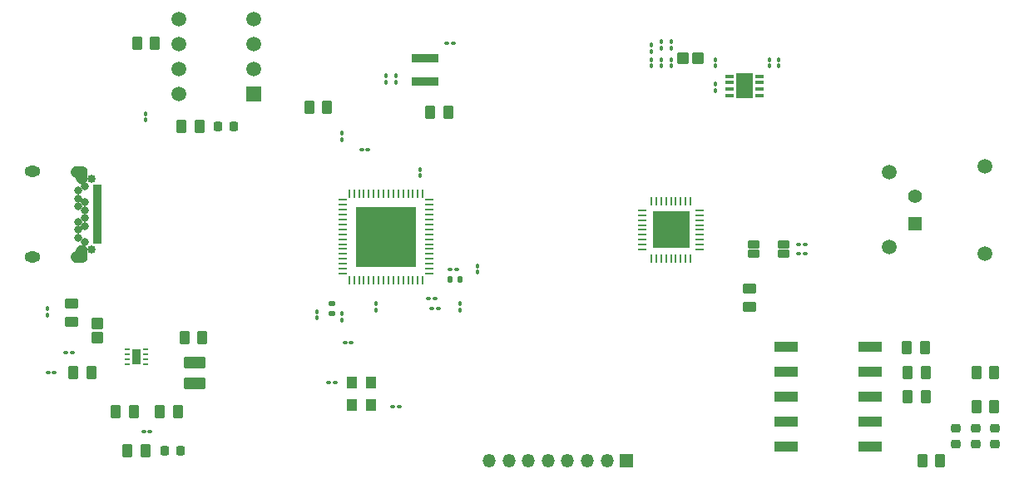
<source format=gbr>
%TF.GenerationSoftware,KiCad,Pcbnew,8.0.2*%
%TF.CreationDate,2025-01-28T20:19:24-08:00*%
%TF.ProjectId,design_revb_2chip,64657369-676e-45f7-9265-76625f326368,rev?*%
%TF.SameCoordinates,Original*%
%TF.FileFunction,Soldermask,Top*%
%TF.FilePolarity,Negative*%
%FSLAX46Y46*%
G04 Gerber Fmt 4.6, Leading zero omitted, Abs format (unit mm)*
G04 Created by KiCad (PCBNEW 8.0.2) date 2025-01-28 20:19:24*
%MOMM*%
%LPD*%
G01*
G04 APERTURE LIST*
G04 Aperture macros list*
%AMRoundRect*
0 Rectangle with rounded corners*
0 $1 Rounding radius*
0 $2 $3 $4 $5 $6 $7 $8 $9 X,Y pos of 4 corners*
0 Add a 4 corners polygon primitive as box body*
4,1,4,$2,$3,$4,$5,$6,$7,$8,$9,$2,$3,0*
0 Add four circle primitives for the rounded corners*
1,1,$1+$1,$2,$3*
1,1,$1+$1,$4,$5*
1,1,$1+$1,$6,$7*
1,1,$1+$1,$8,$9*
0 Add four rect primitives between the rounded corners*
20,1,$1+$1,$2,$3,$4,$5,0*
20,1,$1+$1,$4,$5,$6,$7,0*
20,1,$1+$1,$6,$7,$8,$9,0*
20,1,$1+$1,$8,$9,$2,$3,0*%
G04 Aperture macros list end*
%ADD10C,0.010000*%
%ADD11RoundRect,0.100000X-0.100000X0.130000X-0.100000X-0.130000X0.100000X-0.130000X0.100000X0.130000X0*%
%ADD12RoundRect,0.250000X0.262500X0.450000X-0.262500X0.450000X-0.262500X-0.450000X0.262500X-0.450000X0*%
%ADD13RoundRect,0.218750X0.218750X0.256250X-0.218750X0.256250X-0.218750X-0.256250X0.218750X-0.256250X0*%
%ADD14R,0.499999X0.249999*%
%ADD15R,0.900001X1.599999*%
%ADD16C,0.499999*%
%ADD17RoundRect,0.102000X-0.525000X-0.300000X0.525000X-0.300000X0.525000X0.300000X-0.525000X0.300000X0*%
%ADD18RoundRect,0.100000X0.100000X-0.130000X0.100000X0.130000X-0.100000X0.130000X-0.100000X-0.130000X0*%
%ADD19RoundRect,0.218750X-0.256250X0.218750X-0.256250X-0.218750X0.256250X-0.218750X0.256250X0.218750X0*%
%ADD20C,0.850000*%
%ADD21RoundRect,0.102000X-0.350000X0.160000X-0.350000X-0.160000X0.350000X-0.160000X0.350000X0.160000X0*%
%ADD22C,0.804000*%
%ADD23O,1.604000X1.104000*%
%ADD24RoundRect,0.100000X-0.130000X-0.100000X0.130000X-0.100000X0.130000X0.100000X-0.130000X0.100000X0*%
%ADD25RoundRect,0.135000X0.135000X0.185000X-0.135000X0.185000X-0.135000X-0.185000X0.135000X-0.185000X0*%
%ADD26RoundRect,0.250000X-0.850000X0.375000X-0.850000X-0.375000X0.850000X-0.375000X0.850000X0.375000X0*%
%ADD27RoundRect,0.250000X-0.262500X-0.450000X0.262500X-0.450000X0.262500X0.450000X-0.262500X0.450000X0*%
%ADD28RoundRect,0.250000X-0.450000X0.262500X-0.450000X-0.262500X0.450000X-0.262500X0.450000X0.262500X0*%
%ADD29RoundRect,0.102000X0.500000X0.485000X-0.500000X0.485000X-0.500000X-0.485000X0.500000X-0.485000X0*%
%ADD30RoundRect,0.218750X0.256250X-0.218750X0.256250X0.218750X-0.256250X0.218750X-0.256250X-0.218750X0*%
%ADD31R,1.350000X1.350000*%
%ADD32O,1.350000X1.350000*%
%ADD33RoundRect,0.100000X0.130000X0.100000X-0.130000X0.100000X-0.130000X-0.100000X0.130000X-0.100000X0*%
%ADD34R,2.438400X1.117600*%
%ADD35RoundRect,0.218750X-0.218750X-0.256250X0.218750X-0.256250X0.218750X0.256250X-0.218750X0.256250X0*%
%ADD36RoundRect,0.250000X0.450000X-0.262500X0.450000X0.262500X-0.450000X0.262500X-0.450000X-0.262500X0*%
%ADD37R,1.041400X1.219200*%
%ADD38RoundRect,0.102000X0.485000X-0.500000X0.485000X0.500000X-0.485000X0.500000X-0.485000X-0.500000X0*%
%ADD39R,0.254000X0.812800*%
%ADD40R,0.812800X0.254000*%
%ADD41R,3.708400X3.708400*%
%ADD42RoundRect,0.135000X0.185000X-0.135000X0.185000X0.135000X-0.185000X0.135000X-0.185000X-0.135000X0*%
%ADD43R,1.498600X1.498600*%
%ADD44C,1.498600*%
%ADD45R,2.800000X0.850000*%
%ADD46R,0.931065X0.302473*%
%ADD47R,1.749999X2.500000*%
%ADD48R,6.096000X6.096000*%
%ADD49R,1.400000X1.400000*%
%ADD50C,1.400000*%
%ADD51C,1.500000*%
G04 APERTURE END LIST*
D10*
%TO.C,J4*%
X159529000Y-69021000D02*
X159557000Y-69023000D01*
X159586000Y-69027000D01*
X159614000Y-69032000D01*
X159642000Y-69039000D01*
X159670000Y-69047000D01*
X159697000Y-69057000D01*
X159724000Y-69068000D01*
X159750000Y-69080000D01*
X159775000Y-69094000D01*
X159800000Y-69109000D01*
X159823000Y-69125000D01*
X159846000Y-69143000D01*
X159868000Y-69161000D01*
X159889000Y-69181000D01*
X159909000Y-69202000D01*
X159927000Y-69224000D01*
X159945000Y-69247000D01*
X159961000Y-69270000D01*
X159976000Y-69295000D01*
X159990000Y-69320000D01*
X160002000Y-69346000D01*
X160013000Y-69373000D01*
X160023000Y-69400000D01*
X160031000Y-69428000D01*
X160038000Y-69456000D01*
X160043000Y-69484000D01*
X160047000Y-69513000D01*
X160049000Y-69541000D01*
X160050000Y-69570000D01*
X160050000Y-70220000D01*
X160047000Y-70277000D01*
X160038000Y-70334000D01*
X160023000Y-70390000D01*
X160002000Y-70444000D01*
X159976000Y-70495000D01*
X159945000Y-70543000D01*
X159909000Y-70588000D01*
X159868000Y-70629000D01*
X159823000Y-70665000D01*
X159775000Y-70696000D01*
X159724000Y-70722000D01*
X159670000Y-70743000D01*
X159614000Y-70758000D01*
X159557000Y-70767000D01*
X159500000Y-70770000D01*
X159443000Y-70767000D01*
X159386000Y-70758000D01*
X159330000Y-70743000D01*
X159276000Y-70722000D01*
X159225000Y-70696000D01*
X159177000Y-70665000D01*
X159132000Y-70629000D01*
X159091000Y-70588000D01*
X159055000Y-70543000D01*
X159024000Y-70495000D01*
X158998000Y-70444000D01*
X158977000Y-70390000D01*
X158962000Y-70334000D01*
X158953000Y-70277000D01*
X158950000Y-70220000D01*
X158950000Y-70120000D01*
X158889000Y-70114000D01*
X158833000Y-70102000D01*
X158778000Y-70084000D01*
X158725000Y-70061000D01*
X158675000Y-70032000D01*
X158629000Y-69998000D01*
X158586000Y-69959000D01*
X158547000Y-69916000D01*
X158513000Y-69870000D01*
X158484000Y-69820000D01*
X158461000Y-69767000D01*
X158443000Y-69712000D01*
X158431000Y-69656000D01*
X158425000Y-69599000D01*
X158425000Y-69541000D01*
X158431000Y-69484000D01*
X158443000Y-69428000D01*
X158461000Y-69373000D01*
X158484000Y-69320000D01*
X158513000Y-69270000D01*
X158547000Y-69224000D01*
X158586000Y-69181000D01*
X158629000Y-69142000D01*
X158675000Y-69108000D01*
X158725000Y-69079000D01*
X158778000Y-69056000D01*
X158833000Y-69038000D01*
X158889000Y-69026000D01*
X158946000Y-69020000D01*
X159000000Y-69020000D01*
X159500000Y-69020000D01*
X159529000Y-69021000D01*
G36*
X159529000Y-69021000D02*
G01*
X159557000Y-69023000D01*
X159586000Y-69027000D01*
X159614000Y-69032000D01*
X159642000Y-69039000D01*
X159670000Y-69047000D01*
X159697000Y-69057000D01*
X159724000Y-69068000D01*
X159750000Y-69080000D01*
X159775000Y-69094000D01*
X159800000Y-69109000D01*
X159823000Y-69125000D01*
X159846000Y-69143000D01*
X159868000Y-69161000D01*
X159889000Y-69181000D01*
X159909000Y-69202000D01*
X159927000Y-69224000D01*
X159945000Y-69247000D01*
X159961000Y-69270000D01*
X159976000Y-69295000D01*
X159990000Y-69320000D01*
X160002000Y-69346000D01*
X160013000Y-69373000D01*
X160023000Y-69400000D01*
X160031000Y-69428000D01*
X160038000Y-69456000D01*
X160043000Y-69484000D01*
X160047000Y-69513000D01*
X160049000Y-69541000D01*
X160050000Y-69570000D01*
X160050000Y-70220000D01*
X160047000Y-70277000D01*
X160038000Y-70334000D01*
X160023000Y-70390000D01*
X160002000Y-70444000D01*
X159976000Y-70495000D01*
X159945000Y-70543000D01*
X159909000Y-70588000D01*
X159868000Y-70629000D01*
X159823000Y-70665000D01*
X159775000Y-70696000D01*
X159724000Y-70722000D01*
X159670000Y-70743000D01*
X159614000Y-70758000D01*
X159557000Y-70767000D01*
X159500000Y-70770000D01*
X159443000Y-70767000D01*
X159386000Y-70758000D01*
X159330000Y-70743000D01*
X159276000Y-70722000D01*
X159225000Y-70696000D01*
X159177000Y-70665000D01*
X159132000Y-70629000D01*
X159091000Y-70588000D01*
X159055000Y-70543000D01*
X159024000Y-70495000D01*
X158998000Y-70444000D01*
X158977000Y-70390000D01*
X158962000Y-70334000D01*
X158953000Y-70277000D01*
X158950000Y-70220000D01*
X158950000Y-70120000D01*
X158889000Y-70114000D01*
X158833000Y-70102000D01*
X158778000Y-70084000D01*
X158725000Y-70061000D01*
X158675000Y-70032000D01*
X158629000Y-69998000D01*
X158586000Y-69959000D01*
X158547000Y-69916000D01*
X158513000Y-69870000D01*
X158484000Y-69820000D01*
X158461000Y-69767000D01*
X158443000Y-69712000D01*
X158431000Y-69656000D01*
X158425000Y-69599000D01*
X158425000Y-69541000D01*
X158431000Y-69484000D01*
X158443000Y-69428000D01*
X158461000Y-69373000D01*
X158484000Y-69320000D01*
X158513000Y-69270000D01*
X158547000Y-69224000D01*
X158586000Y-69181000D01*
X158629000Y-69142000D01*
X158675000Y-69108000D01*
X158725000Y-69079000D01*
X158778000Y-69056000D01*
X158833000Y-69038000D01*
X158889000Y-69026000D01*
X158946000Y-69020000D01*
X159000000Y-69020000D01*
X159500000Y-69020000D01*
X159529000Y-69021000D01*
G37*
X159557000Y-77033000D02*
X159614000Y-77042000D01*
X159670000Y-77057000D01*
X159724000Y-77078000D01*
X159775000Y-77104000D01*
X159823000Y-77135000D01*
X159868000Y-77171000D01*
X159909000Y-77212000D01*
X159945000Y-77257000D01*
X159976000Y-77305000D01*
X160002000Y-77356000D01*
X160023000Y-77410000D01*
X160038000Y-77466000D01*
X160047000Y-77523000D01*
X160050000Y-77580000D01*
X160050000Y-78230000D01*
X160049000Y-78259000D01*
X160047000Y-78287000D01*
X160043000Y-78316000D01*
X160038000Y-78344000D01*
X160031000Y-78372000D01*
X160023000Y-78400000D01*
X160013000Y-78427000D01*
X160002000Y-78454000D01*
X159990000Y-78480000D01*
X159976000Y-78505000D01*
X159961000Y-78530000D01*
X159945000Y-78553000D01*
X159927000Y-78576000D01*
X159909000Y-78598000D01*
X159889000Y-78619000D01*
X159868000Y-78639000D01*
X159846000Y-78657000D01*
X159823000Y-78675000D01*
X159800000Y-78691000D01*
X159775000Y-78706000D01*
X159750000Y-78720000D01*
X159724000Y-78732000D01*
X159697000Y-78743000D01*
X159670000Y-78753000D01*
X159642000Y-78761000D01*
X159614000Y-78768000D01*
X159586000Y-78773000D01*
X159557000Y-78777000D01*
X159529000Y-78779000D01*
X159500000Y-78780000D01*
X159000000Y-78780000D01*
X158946000Y-78780000D01*
X158889000Y-78774000D01*
X158833000Y-78762000D01*
X158778000Y-78744000D01*
X158725000Y-78721000D01*
X158675000Y-78692000D01*
X158629000Y-78658000D01*
X158586000Y-78619000D01*
X158547000Y-78576000D01*
X158513000Y-78530000D01*
X158484000Y-78480000D01*
X158461000Y-78427000D01*
X158443000Y-78372000D01*
X158431000Y-78316000D01*
X158425000Y-78259000D01*
X158425000Y-78201000D01*
X158431000Y-78144000D01*
X158443000Y-78088000D01*
X158461000Y-78033000D01*
X158484000Y-77980000D01*
X158513000Y-77930000D01*
X158547000Y-77884000D01*
X158586000Y-77841000D01*
X158629000Y-77802000D01*
X158675000Y-77768000D01*
X158725000Y-77739000D01*
X158778000Y-77716000D01*
X158833000Y-77698000D01*
X158889000Y-77686000D01*
X158950000Y-77680000D01*
X158950000Y-77580000D01*
X158953000Y-77523000D01*
X158962000Y-77466000D01*
X158977000Y-77410000D01*
X158998000Y-77356000D01*
X159024000Y-77305000D01*
X159055000Y-77257000D01*
X159091000Y-77212000D01*
X159132000Y-77171000D01*
X159177000Y-77135000D01*
X159225000Y-77104000D01*
X159276000Y-77078000D01*
X159330000Y-77057000D01*
X159386000Y-77042000D01*
X159443000Y-77033000D01*
X159500000Y-77030000D01*
X159557000Y-77033000D01*
G36*
X159557000Y-77033000D02*
G01*
X159614000Y-77042000D01*
X159670000Y-77057000D01*
X159724000Y-77078000D01*
X159775000Y-77104000D01*
X159823000Y-77135000D01*
X159868000Y-77171000D01*
X159909000Y-77212000D01*
X159945000Y-77257000D01*
X159976000Y-77305000D01*
X160002000Y-77356000D01*
X160023000Y-77410000D01*
X160038000Y-77466000D01*
X160047000Y-77523000D01*
X160050000Y-77580000D01*
X160050000Y-78230000D01*
X160049000Y-78259000D01*
X160047000Y-78287000D01*
X160043000Y-78316000D01*
X160038000Y-78344000D01*
X160031000Y-78372000D01*
X160023000Y-78400000D01*
X160013000Y-78427000D01*
X160002000Y-78454000D01*
X159990000Y-78480000D01*
X159976000Y-78505000D01*
X159961000Y-78530000D01*
X159945000Y-78553000D01*
X159927000Y-78576000D01*
X159909000Y-78598000D01*
X159889000Y-78619000D01*
X159868000Y-78639000D01*
X159846000Y-78657000D01*
X159823000Y-78675000D01*
X159800000Y-78691000D01*
X159775000Y-78706000D01*
X159750000Y-78720000D01*
X159724000Y-78732000D01*
X159697000Y-78743000D01*
X159670000Y-78753000D01*
X159642000Y-78761000D01*
X159614000Y-78768000D01*
X159586000Y-78773000D01*
X159557000Y-78777000D01*
X159529000Y-78779000D01*
X159500000Y-78780000D01*
X159000000Y-78780000D01*
X158946000Y-78780000D01*
X158889000Y-78774000D01*
X158833000Y-78762000D01*
X158778000Y-78744000D01*
X158725000Y-78721000D01*
X158675000Y-78692000D01*
X158629000Y-78658000D01*
X158586000Y-78619000D01*
X158547000Y-78576000D01*
X158513000Y-78530000D01*
X158484000Y-78480000D01*
X158461000Y-78427000D01*
X158443000Y-78372000D01*
X158431000Y-78316000D01*
X158425000Y-78259000D01*
X158425000Y-78201000D01*
X158431000Y-78144000D01*
X158443000Y-78088000D01*
X158461000Y-78033000D01*
X158484000Y-77980000D01*
X158513000Y-77930000D01*
X158547000Y-77884000D01*
X158586000Y-77841000D01*
X158629000Y-77802000D01*
X158675000Y-77768000D01*
X158725000Y-77739000D01*
X158778000Y-77716000D01*
X158833000Y-77698000D01*
X158889000Y-77686000D01*
X158950000Y-77680000D01*
X158950000Y-77580000D01*
X158953000Y-77523000D01*
X158962000Y-77466000D01*
X158977000Y-77410000D01*
X158998000Y-77356000D01*
X159024000Y-77305000D01*
X159055000Y-77257000D01*
X159091000Y-77212000D01*
X159132000Y-77171000D01*
X159177000Y-77135000D01*
X159225000Y-77104000D01*
X159276000Y-77078000D01*
X159330000Y-77057000D01*
X159386000Y-77042000D01*
X159443000Y-77033000D01*
X159500000Y-77030000D01*
X159557000Y-77033000D01*
G37*
%TD*%
D11*
%TO.C,C46*%
X217500000Y-56680000D03*
X217500000Y-57320000D03*
%TD*%
D12*
%TO.C,R28*%
X245412500Y-90000000D03*
X243587500Y-90000000D03*
%TD*%
D11*
%TO.C,C41*%
X218500000Y-56335000D03*
X218500000Y-56975000D03*
%TD*%
D13*
%TO.C,D1*%
X175000000Y-65000000D03*
X173425000Y-65000000D03*
%TD*%
D14*
%TO.C,U2*%
X164137499Y-87649998D03*
X164137499Y-88149997D03*
X164137499Y-88649999D03*
X164137499Y-89149997D03*
X166037501Y-89149997D03*
X166037501Y-88649999D03*
X166037501Y-88149997D03*
X166037501Y-87649998D03*
D15*
X165087500Y-88399996D03*
D16*
X165087500Y-88000000D03*
X165087500Y-88799998D03*
%TD*%
D17*
%TO.C,FL1*%
X227950000Y-77946400D03*
X231000000Y-77946400D03*
X231000000Y-76946400D03*
X227950000Y-76946400D03*
%TD*%
D11*
%TO.C,C42*%
X218500000Y-58180000D03*
X218500000Y-58820000D03*
%TD*%
D12*
%TO.C,R29*%
X245412500Y-92500000D03*
X243587500Y-92500000D03*
%TD*%
D18*
%TO.C,C49*%
X224000000Y-61320000D03*
X224000000Y-60680000D03*
%TD*%
D19*
%TO.C,D5*%
X248500000Y-95712500D03*
X248500000Y-97287500D03*
%TD*%
D20*
%TO.C,J4*%
X160500000Y-70300000D03*
X160500000Y-77500000D03*
D21*
X161160000Y-71150000D03*
X161160000Y-71650000D03*
X161160000Y-72150000D03*
X161160000Y-72650000D03*
X161160000Y-73150000D03*
X161160000Y-73650000D03*
X161160000Y-74150000D03*
X161160000Y-74650000D03*
X161160000Y-75150000D03*
X161160000Y-75650000D03*
X161160000Y-76150000D03*
X161160000Y-76650000D03*
D22*
X159850000Y-76700000D03*
X159150000Y-76300000D03*
X159150000Y-75500000D03*
X159850000Y-75100000D03*
X159150000Y-74700000D03*
X159850000Y-74300000D03*
X159850000Y-73500000D03*
X159150000Y-73100000D03*
X159850000Y-72700000D03*
X159150000Y-72300000D03*
X159150000Y-71500000D03*
X159850000Y-71100000D03*
D23*
X154500000Y-69570000D03*
X154500000Y-78230000D03*
%TD*%
D24*
%TO.C,C27*%
X232525000Y-77946400D03*
X233165000Y-77946400D03*
%TD*%
D25*
%TO.C,R8*%
X198020000Y-80500000D03*
X197000000Y-80500000D03*
%TD*%
D12*
%TO.C,R3*%
X196825000Y-63500000D03*
X195000000Y-63500000D03*
%TD*%
D26*
%TO.C,L2*%
X171000000Y-89000000D03*
X171000000Y-91150000D03*
%TD*%
D27*
%TO.C,R14*%
X164175000Y-98000000D03*
X166000000Y-98000000D03*
%TD*%
D11*
%TO.C,C34*%
X230500000Y-58180000D03*
X230500000Y-58820000D03*
%TD*%
D28*
%TO.C,R16*%
X227500000Y-81500000D03*
X227500000Y-83325000D03*
%TD*%
D24*
%TO.C,C6*%
X194835000Y-82500000D03*
X195475000Y-82500000D03*
%TD*%
D11*
%TO.C,C5*%
X189500000Y-83025000D03*
X189500000Y-83665000D03*
%TD*%
D29*
%TO.C,FL3*%
X222235000Y-58000000D03*
X220765000Y-58000000D03*
%TD*%
D30*
%TO.C,D3*%
X250500000Y-97287500D03*
X250500000Y-95712500D03*
%TD*%
D24*
%TO.C,C13*%
X196680000Y-56500000D03*
X197320000Y-56500000D03*
%TD*%
D11*
%TO.C,C3*%
X198000000Y-83025000D03*
X198000000Y-83665000D03*
%TD*%
%TO.C,C14*%
X199845000Y-79180000D03*
X199845000Y-79820000D03*
%TD*%
D31*
%TO.C,J2*%
X215000000Y-99000000D03*
D32*
X213000000Y-99000000D03*
X211000000Y-99000000D03*
X209000000Y-99000000D03*
X207000000Y-99000000D03*
X205000000Y-99000000D03*
X203000000Y-99000000D03*
X201000000Y-99000000D03*
%TD*%
D18*
%TO.C,C18*%
X191500000Y-60475000D03*
X191500000Y-59835000D03*
%TD*%
D24*
%TO.C,C26*%
X191180000Y-93500000D03*
X191820000Y-93500000D03*
%TD*%
D33*
%TO.C,C21*%
X166475000Y-96000000D03*
X165835000Y-96000000D03*
%TD*%
D34*
%TO.C,U6*%
X231194700Y-87420000D03*
X231194700Y-89960000D03*
X231194700Y-92500000D03*
X231194700Y-95040000D03*
X231194700Y-97580000D03*
X239805300Y-97580000D03*
X239805300Y-95040000D03*
X239805300Y-92500000D03*
X239805300Y-89960000D03*
X239805300Y-87420000D03*
%TD*%
D35*
%TO.C,D2*%
X168000000Y-98000000D03*
X169575000Y-98000000D03*
%TD*%
D18*
%TO.C,C8*%
X186000000Y-66320000D03*
X186000000Y-65680000D03*
%TD*%
D27*
%TO.C,R4*%
X169675000Y-65000000D03*
X171500000Y-65000000D03*
%TD*%
D33*
%TO.C,C17*%
X156752500Y-90000000D03*
X156112500Y-90000000D03*
%TD*%
D36*
%TO.C,R15*%
X158500000Y-84825000D03*
X158500000Y-83000000D03*
%TD*%
D24*
%TO.C,C2*%
X195180000Y-83500000D03*
X195820000Y-83500000D03*
%TD*%
D33*
%TO.C,C7*%
X186975000Y-87000000D03*
X186335000Y-87000000D03*
%TD*%
D37*
%TO.C,XTAL1*%
X187018800Y-91000000D03*
X187018800Y-93286000D03*
X189000000Y-93286000D03*
X189000000Y-91000000D03*
%TD*%
D33*
%TO.C,C24*%
X185320000Y-91000000D03*
X184680000Y-91000000D03*
%TD*%
D38*
%TO.C,FB2*%
X161087500Y-86500000D03*
X161087500Y-85030000D03*
%TD*%
D33*
%TO.C,C16*%
X158562500Y-88000000D03*
X157922500Y-88000000D03*
%TD*%
D27*
%TO.C,R12*%
X163000000Y-94000000D03*
X164825000Y-94000000D03*
%TD*%
D24*
%TO.C,C20*%
X197025000Y-79500000D03*
X197665000Y-79500000D03*
%TD*%
D27*
%TO.C,R13*%
X165175000Y-56500000D03*
X167000000Y-56500000D03*
%TD*%
D33*
%TO.C,C10*%
X188665000Y-67345000D03*
X188025000Y-67345000D03*
%TD*%
D39*
%TO.C,U4*%
X217499999Y-78446400D03*
X218000000Y-78446400D03*
X218499999Y-78446400D03*
X219000001Y-78446400D03*
X219500000Y-78446400D03*
X219999999Y-78446400D03*
X220500001Y-78446400D03*
X221000000Y-78446400D03*
X221500001Y-78446400D03*
D40*
X222446400Y-77500001D03*
X222446400Y-77000000D03*
X222446400Y-76500001D03*
X222446400Y-75999999D03*
X222446400Y-75500000D03*
X222446400Y-75000001D03*
X222446400Y-74499999D03*
X222446400Y-74000000D03*
X222446400Y-73499999D03*
D39*
X221500001Y-72553600D03*
X221000000Y-72553600D03*
X220500001Y-72553600D03*
X219999999Y-72553600D03*
X219500000Y-72553600D03*
X219000001Y-72553600D03*
X218499999Y-72553600D03*
X218000000Y-72553600D03*
X217499999Y-72553600D03*
D40*
X216553600Y-73499999D03*
X216553600Y-74000000D03*
X216553600Y-74499999D03*
X216553600Y-75000001D03*
X216553600Y-75500000D03*
X216553600Y-75999999D03*
X216553600Y-76500001D03*
X216553600Y-77000000D03*
X216553600Y-77500001D03*
D41*
X219500000Y-75500000D03*
%TD*%
D27*
%TO.C,R2*%
X158675000Y-90000000D03*
X160500000Y-90000000D03*
%TD*%
D19*
%TO.C,D4*%
X252500000Y-95712500D03*
X252500000Y-97287500D03*
%TD*%
D11*
%TO.C,C38*%
X219500000Y-58180000D03*
X219500000Y-58820000D03*
%TD*%
D42*
%TO.C,R6*%
X185000000Y-84020000D03*
X185000000Y-83000000D03*
%TD*%
D18*
%TO.C,C15*%
X194000000Y-69975000D03*
X194000000Y-69335000D03*
%TD*%
D27*
%TO.C,R26*%
X250587500Y-90000000D03*
X252412500Y-90000000D03*
%TD*%
D12*
%TO.C,R23*%
X246912500Y-99000000D03*
X245087500Y-99000000D03*
%TD*%
D11*
%TO.C,C22*%
X186000000Y-84025000D03*
X186000000Y-84665000D03*
%TD*%
D43*
%TO.C,U3*%
X177000000Y-61620000D03*
D44*
X177000000Y-59080000D03*
X177000000Y-56540000D03*
X177000000Y-54000000D03*
X169380000Y-54000000D03*
X169380000Y-56540000D03*
X169380000Y-59080000D03*
X169380000Y-61620000D03*
%TD*%
D27*
%TO.C,R11*%
X167500000Y-94000000D03*
X169325000Y-94000000D03*
%TD*%
D11*
%TO.C,C1*%
X183500000Y-83835000D03*
X183500000Y-84475000D03*
%TD*%
D33*
%TO.C,C28*%
X233165000Y-76946400D03*
X232525000Y-76946400D03*
%TD*%
D11*
%TO.C,C23*%
X166000000Y-63680000D03*
X166000000Y-64320000D03*
%TD*%
D27*
%TO.C,R9*%
X170000000Y-86500000D03*
X171825000Y-86500000D03*
%TD*%
D45*
%TO.C,L1*%
X194500000Y-58000000D03*
X194500000Y-60350000D03*
%TD*%
D18*
%TO.C,C31*%
X224000000Y-58820000D03*
X224000000Y-58180000D03*
%TD*%
%TO.C,C19*%
X190500000Y-60475000D03*
X190500000Y-59835000D03*
%TD*%
D12*
%TO.C,R5*%
X184500000Y-63000000D03*
X182675000Y-63000000D03*
%TD*%
D11*
%TO.C,C25*%
X156000000Y-83525000D03*
X156000000Y-84165000D03*
%TD*%
%TO.C,C47*%
X217500000Y-58180000D03*
X217500000Y-58820000D03*
%TD*%
%TO.C,C37*%
X219500000Y-56360000D03*
X219500000Y-57000000D03*
%TD*%
D46*
%TO.C,U5*%
X225509467Y-59850002D03*
X225509467Y-60500000D03*
X225509467Y-61150002D03*
X225509467Y-61800000D03*
X228490533Y-61800000D03*
X228490533Y-61150002D03*
X228490533Y-60500000D03*
X228490533Y-59850002D03*
D47*
X227000000Y-60825001D03*
%TD*%
D11*
%TO.C,C33*%
X229500000Y-58180000D03*
X229500000Y-58820000D03*
%TD*%
D40*
%TO.C,U1*%
X194894200Y-79950000D03*
X194894200Y-79450001D03*
X194894200Y-78950000D03*
X194894200Y-78450001D03*
X194894200Y-77949999D03*
X194894200Y-77450000D03*
X194894200Y-76950001D03*
X194894200Y-76450000D03*
X194894200Y-75950000D03*
X194894200Y-75449999D03*
X194894200Y-74950000D03*
X194894200Y-74450001D03*
X194894200Y-73949999D03*
X194894200Y-73450000D03*
X194894200Y-72949999D03*
X194894200Y-72450000D03*
D39*
X194250000Y-71805800D03*
X193750001Y-71805800D03*
X193250000Y-71805800D03*
X192750001Y-71805800D03*
X192249999Y-71805800D03*
X191750000Y-71805800D03*
X191250001Y-71805800D03*
X190750000Y-71805800D03*
X190250000Y-71805800D03*
X189749999Y-71805800D03*
X189250000Y-71805800D03*
X188750001Y-71805800D03*
X188249999Y-71805800D03*
X187750000Y-71805800D03*
X187249999Y-71805800D03*
X186750000Y-71805800D03*
D40*
X186105800Y-72450000D03*
X186105800Y-72949999D03*
X186105800Y-73450000D03*
X186105800Y-73949999D03*
X186105800Y-74450001D03*
X186105800Y-74950000D03*
X186105800Y-75449999D03*
X186105800Y-75950000D03*
X186105800Y-76450000D03*
X186105800Y-76950001D03*
X186105800Y-77450000D03*
X186105800Y-77949999D03*
X186105800Y-78450001D03*
X186105800Y-78950000D03*
X186105800Y-79450001D03*
X186105800Y-79950000D03*
D39*
X186750000Y-80594200D03*
X187249999Y-80594200D03*
X187750000Y-80594200D03*
X188249999Y-80594200D03*
X188750001Y-80594200D03*
X189250000Y-80594200D03*
X189749999Y-80594200D03*
X190250000Y-80594200D03*
X190750000Y-80594200D03*
X191250001Y-80594200D03*
X191750000Y-80594200D03*
X192249999Y-80594200D03*
X192750001Y-80594200D03*
X193250000Y-80594200D03*
X193750001Y-80594200D03*
X194250000Y-80594200D03*
D48*
X190500000Y-76200000D03*
%TD*%
D12*
%TO.C,R25*%
X252412500Y-93500000D03*
X250587500Y-93500000D03*
%TD*%
%TO.C,R27*%
X245325000Y-87500000D03*
X243500000Y-87500000D03*
%TD*%
D49*
%TO.C,J3*%
X244350000Y-74850000D03*
D50*
X244350000Y-72050000D03*
D51*
X241750000Y-69650000D03*
X241750000Y-77250000D03*
X251500000Y-69000000D03*
X251500000Y-77900000D03*
%TD*%
M02*

</source>
